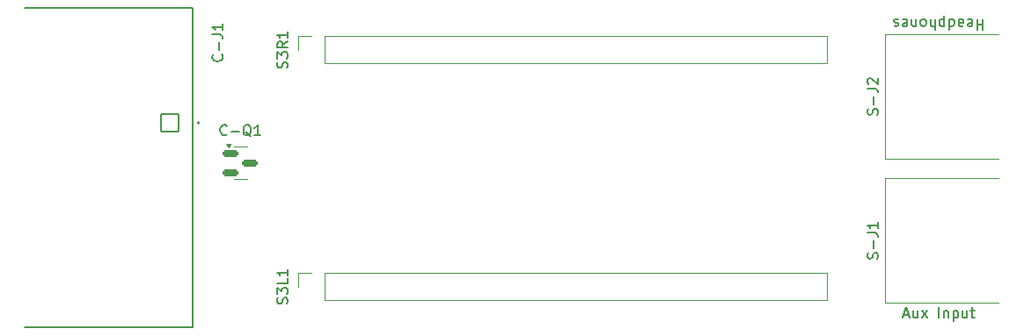
<source format=gto>
G04 #@! TF.GenerationSoftware,KiCad,Pcbnew,9.0.2-9.0.2-0~ubuntu22.04.1*
G04 #@! TF.CreationDate,2025-07-06T23:19:01+01:00*
G04 #@! TF.ProjectId,ggroohauga-console,6767726f-6f68-4617-9567-612d636f6e73,rev?*
G04 #@! TF.SameCoordinates,Original*
G04 #@! TF.FileFunction,Legend,Top*
G04 #@! TF.FilePolarity,Positive*
%FSLAX46Y46*%
G04 Gerber Fmt 4.6, Leading zero omitted, Abs format (unit mm)*
G04 Created by KiCad (PCBNEW 9.0.2-9.0.2-0~ubuntu22.04.1) date 2025-07-06 23:19:01*
%MOMM*%
%LPD*%
G01*
G04 APERTURE LIST*
G04 Aperture macros list*
%AMRoundRect*
0 Rectangle with rounded corners*
0 $1 Rounding radius*
0 $2 $3 $4 $5 $6 $7 $8 $9 X,Y pos of 4 corners*
0 Add a 4 corners polygon primitive as box body*
4,1,4,$2,$3,$4,$5,$6,$7,$8,$9,$2,$3,0*
0 Add four circle primitives for the rounded corners*
1,1,$1+$1,$2,$3*
1,1,$1+$1,$4,$5*
1,1,$1+$1,$6,$7*
1,1,$1+$1,$8,$9*
0 Add four rect primitives between the rounded corners*
20,1,$1+$1,$2,$3,$4,$5,0*
20,1,$1+$1,$4,$5,$6,$7,0*
20,1,$1+$1,$6,$7,$8,$9,0*
20,1,$1+$1,$8,$9,$2,$3,0*%
G04 Aperture macros list end*
%ADD10C,0.150000*%
%ADD11C,0.120000*%
%ADD12C,0.127000*%
%ADD13C,0.200000*%
%ADD14RoundRect,0.150000X-0.587500X-0.150000X0.587500X-0.150000X0.587500X0.150000X-0.587500X0.150000X0*%
%ADD15C,1.200000*%
%ADD16O,2.200000X1.200000*%
%ADD17O,1.200000X2.200000*%
%ADD18R,1.700000X1.700000*%
%ADD19C,1.700000*%
%ADD20C,4.470000*%
%ADD21RoundRect,0.102000X-0.862500X0.862500X-0.862500X-0.862500X0.862500X-0.862500X0.862500X0.862500X0*%
%ADD22C,1.929000*%
G04 APERTURE END LIST*
D10*
X73366476Y-62765080D02*
X73318857Y-62812700D01*
X73318857Y-62812700D02*
X73176000Y-62860319D01*
X73176000Y-62860319D02*
X73080762Y-62860319D01*
X73080762Y-62860319D02*
X72937905Y-62812700D01*
X72937905Y-62812700D02*
X72842667Y-62717461D01*
X72842667Y-62717461D02*
X72795048Y-62622223D01*
X72795048Y-62622223D02*
X72747429Y-62431747D01*
X72747429Y-62431747D02*
X72747429Y-62288890D01*
X72747429Y-62288890D02*
X72795048Y-62098414D01*
X72795048Y-62098414D02*
X72842667Y-62003176D01*
X72842667Y-62003176D02*
X72937905Y-61907938D01*
X72937905Y-61907938D02*
X73080762Y-61860319D01*
X73080762Y-61860319D02*
X73176000Y-61860319D01*
X73176000Y-61860319D02*
X73318857Y-61907938D01*
X73318857Y-61907938D02*
X73366476Y-61955557D01*
X73795048Y-62479366D02*
X74556953Y-62479366D01*
X75699809Y-62955557D02*
X75604571Y-62907938D01*
X75604571Y-62907938D02*
X75509333Y-62812700D01*
X75509333Y-62812700D02*
X75366476Y-62669842D01*
X75366476Y-62669842D02*
X75271238Y-62622223D01*
X75271238Y-62622223D02*
X75176000Y-62622223D01*
X75223619Y-62860319D02*
X75128381Y-62812700D01*
X75128381Y-62812700D02*
X75033143Y-62717461D01*
X75033143Y-62717461D02*
X74985524Y-62526985D01*
X74985524Y-62526985D02*
X74985524Y-62193652D01*
X74985524Y-62193652D02*
X75033143Y-62003176D01*
X75033143Y-62003176D02*
X75128381Y-61907938D01*
X75128381Y-61907938D02*
X75223619Y-61860319D01*
X75223619Y-61860319D02*
X75414095Y-61860319D01*
X75414095Y-61860319D02*
X75509333Y-61907938D01*
X75509333Y-61907938D02*
X75604571Y-62003176D01*
X75604571Y-62003176D02*
X75652190Y-62193652D01*
X75652190Y-62193652D02*
X75652190Y-62526985D01*
X75652190Y-62526985D02*
X75604571Y-62717461D01*
X75604571Y-62717461D02*
X75509333Y-62812700D01*
X75509333Y-62812700D02*
X75414095Y-62860319D01*
X75414095Y-62860319D02*
X75223619Y-62860319D01*
X76604571Y-62860319D02*
X76033143Y-62860319D01*
X76318857Y-62860319D02*
X76318857Y-61860319D01*
X76318857Y-61860319D02*
X76223619Y-62003176D01*
X76223619Y-62003176D02*
X76128381Y-62098414D01*
X76128381Y-62098414D02*
X76033143Y-62146033D01*
X135980600Y-74781824D02*
X136028219Y-74638967D01*
X136028219Y-74638967D02*
X136028219Y-74400872D01*
X136028219Y-74400872D02*
X135980600Y-74305634D01*
X135980600Y-74305634D02*
X135932980Y-74258015D01*
X135932980Y-74258015D02*
X135837742Y-74210396D01*
X135837742Y-74210396D02*
X135742504Y-74210396D01*
X135742504Y-74210396D02*
X135647266Y-74258015D01*
X135647266Y-74258015D02*
X135599647Y-74305634D01*
X135599647Y-74305634D02*
X135552028Y-74400872D01*
X135552028Y-74400872D02*
X135504409Y-74591348D01*
X135504409Y-74591348D02*
X135456790Y-74686586D01*
X135456790Y-74686586D02*
X135409171Y-74734205D01*
X135409171Y-74734205D02*
X135313933Y-74781824D01*
X135313933Y-74781824D02*
X135218695Y-74781824D01*
X135218695Y-74781824D02*
X135123457Y-74734205D01*
X135123457Y-74734205D02*
X135075838Y-74686586D01*
X135075838Y-74686586D02*
X135028219Y-74591348D01*
X135028219Y-74591348D02*
X135028219Y-74353253D01*
X135028219Y-74353253D02*
X135075838Y-74210396D01*
X135647266Y-73781824D02*
X135647266Y-73019920D01*
X135028219Y-72258015D02*
X135742504Y-72258015D01*
X135742504Y-72258015D02*
X135885361Y-72305634D01*
X135885361Y-72305634D02*
X135980600Y-72400872D01*
X135980600Y-72400872D02*
X136028219Y-72543729D01*
X136028219Y-72543729D02*
X136028219Y-72638967D01*
X136028219Y-71258015D02*
X136028219Y-71829443D01*
X136028219Y-71543729D02*
X135028219Y-71543729D01*
X135028219Y-71543729D02*
X135171076Y-71638967D01*
X135171076Y-71638967D02*
X135266314Y-71734205D01*
X135266314Y-71734205D02*
X135313933Y-71829443D01*
X138516257Y-80189024D02*
X138992447Y-80189024D01*
X138421019Y-80474739D02*
X138754352Y-79474739D01*
X138754352Y-79474739D02*
X139087685Y-80474739D01*
X139849590Y-79808072D02*
X139849590Y-80474739D01*
X139421019Y-79808072D02*
X139421019Y-80331881D01*
X139421019Y-80331881D02*
X139468638Y-80427120D01*
X139468638Y-80427120D02*
X139563876Y-80474739D01*
X139563876Y-80474739D02*
X139706733Y-80474739D01*
X139706733Y-80474739D02*
X139801971Y-80427120D01*
X139801971Y-80427120D02*
X139849590Y-80379500D01*
X140230543Y-80474739D02*
X140754352Y-79808072D01*
X140230543Y-79808072D02*
X140754352Y-80474739D01*
X141897210Y-80474739D02*
X141897210Y-79474739D01*
X142373400Y-79808072D02*
X142373400Y-80474739D01*
X142373400Y-79903310D02*
X142421019Y-79855691D01*
X142421019Y-79855691D02*
X142516257Y-79808072D01*
X142516257Y-79808072D02*
X142659114Y-79808072D01*
X142659114Y-79808072D02*
X142754352Y-79855691D01*
X142754352Y-79855691D02*
X142801971Y-79950929D01*
X142801971Y-79950929D02*
X142801971Y-80474739D01*
X143278162Y-79808072D02*
X143278162Y-80808072D01*
X143278162Y-79855691D02*
X143373400Y-79808072D01*
X143373400Y-79808072D02*
X143563876Y-79808072D01*
X143563876Y-79808072D02*
X143659114Y-79855691D01*
X143659114Y-79855691D02*
X143706733Y-79903310D01*
X143706733Y-79903310D02*
X143754352Y-79998548D01*
X143754352Y-79998548D02*
X143754352Y-80284262D01*
X143754352Y-80284262D02*
X143706733Y-80379500D01*
X143706733Y-80379500D02*
X143659114Y-80427120D01*
X143659114Y-80427120D02*
X143563876Y-80474739D01*
X143563876Y-80474739D02*
X143373400Y-80474739D01*
X143373400Y-80474739D02*
X143278162Y-80427120D01*
X144611495Y-79808072D02*
X144611495Y-80474739D01*
X144182924Y-79808072D02*
X144182924Y-80331881D01*
X144182924Y-80331881D02*
X144230543Y-80427120D01*
X144230543Y-80427120D02*
X144325781Y-80474739D01*
X144325781Y-80474739D02*
X144468638Y-80474739D01*
X144468638Y-80474739D02*
X144563876Y-80427120D01*
X144563876Y-80427120D02*
X144611495Y-80379500D01*
X144944829Y-79808072D02*
X145325781Y-79808072D01*
X145087686Y-79474739D02*
X145087686Y-80331881D01*
X145087686Y-80331881D02*
X145135305Y-80427120D01*
X145135305Y-80427120D02*
X145230543Y-80474739D01*
X145230543Y-80474739D02*
X145325781Y-80474739D01*
X79171200Y-56348094D02*
X79218819Y-56205237D01*
X79218819Y-56205237D02*
X79218819Y-55967142D01*
X79218819Y-55967142D02*
X79171200Y-55871904D01*
X79171200Y-55871904D02*
X79123580Y-55824285D01*
X79123580Y-55824285D02*
X79028342Y-55776666D01*
X79028342Y-55776666D02*
X78933104Y-55776666D01*
X78933104Y-55776666D02*
X78837866Y-55824285D01*
X78837866Y-55824285D02*
X78790247Y-55871904D01*
X78790247Y-55871904D02*
X78742628Y-55967142D01*
X78742628Y-55967142D02*
X78695009Y-56157618D01*
X78695009Y-56157618D02*
X78647390Y-56252856D01*
X78647390Y-56252856D02*
X78599771Y-56300475D01*
X78599771Y-56300475D02*
X78504533Y-56348094D01*
X78504533Y-56348094D02*
X78409295Y-56348094D01*
X78409295Y-56348094D02*
X78314057Y-56300475D01*
X78314057Y-56300475D02*
X78266438Y-56252856D01*
X78266438Y-56252856D02*
X78218819Y-56157618D01*
X78218819Y-56157618D02*
X78218819Y-55919523D01*
X78218819Y-55919523D02*
X78266438Y-55776666D01*
X78218819Y-55443332D02*
X78218819Y-54824285D01*
X78218819Y-54824285D02*
X78599771Y-55157618D01*
X78599771Y-55157618D02*
X78599771Y-55014761D01*
X78599771Y-55014761D02*
X78647390Y-54919523D01*
X78647390Y-54919523D02*
X78695009Y-54871904D01*
X78695009Y-54871904D02*
X78790247Y-54824285D01*
X78790247Y-54824285D02*
X79028342Y-54824285D01*
X79028342Y-54824285D02*
X79123580Y-54871904D01*
X79123580Y-54871904D02*
X79171200Y-54919523D01*
X79171200Y-54919523D02*
X79218819Y-55014761D01*
X79218819Y-55014761D02*
X79218819Y-55300475D01*
X79218819Y-55300475D02*
X79171200Y-55395713D01*
X79171200Y-55395713D02*
X79123580Y-55443332D01*
X79218819Y-53824285D02*
X78742628Y-54157618D01*
X79218819Y-54395713D02*
X78218819Y-54395713D01*
X78218819Y-54395713D02*
X78218819Y-54014761D01*
X78218819Y-54014761D02*
X78266438Y-53919523D01*
X78266438Y-53919523D02*
X78314057Y-53871904D01*
X78314057Y-53871904D02*
X78409295Y-53824285D01*
X78409295Y-53824285D02*
X78552152Y-53824285D01*
X78552152Y-53824285D02*
X78647390Y-53871904D01*
X78647390Y-53871904D02*
X78695009Y-53919523D01*
X78695009Y-53919523D02*
X78742628Y-54014761D01*
X78742628Y-54014761D02*
X78742628Y-54395713D01*
X79218819Y-52871904D02*
X79218819Y-53443332D01*
X79218819Y-53157618D02*
X78218819Y-53157618D01*
X78218819Y-53157618D02*
X78361676Y-53252856D01*
X78361676Y-53252856D02*
X78456914Y-53348094D01*
X78456914Y-53348094D02*
X78504533Y-53443332D01*
X72874180Y-55080866D02*
X72921800Y-55128485D01*
X72921800Y-55128485D02*
X72969419Y-55271342D01*
X72969419Y-55271342D02*
X72969419Y-55366580D01*
X72969419Y-55366580D02*
X72921800Y-55509437D01*
X72921800Y-55509437D02*
X72826561Y-55604675D01*
X72826561Y-55604675D02*
X72731323Y-55652294D01*
X72731323Y-55652294D02*
X72540847Y-55699913D01*
X72540847Y-55699913D02*
X72397990Y-55699913D01*
X72397990Y-55699913D02*
X72207514Y-55652294D01*
X72207514Y-55652294D02*
X72112276Y-55604675D01*
X72112276Y-55604675D02*
X72017038Y-55509437D01*
X72017038Y-55509437D02*
X71969419Y-55366580D01*
X71969419Y-55366580D02*
X71969419Y-55271342D01*
X71969419Y-55271342D02*
X72017038Y-55128485D01*
X72017038Y-55128485D02*
X72064657Y-55080866D01*
X72588466Y-54652294D02*
X72588466Y-53890390D01*
X71969419Y-53128485D02*
X72683704Y-53128485D01*
X72683704Y-53128485D02*
X72826561Y-53176104D01*
X72826561Y-53176104D02*
X72921800Y-53271342D01*
X72921800Y-53271342D02*
X72969419Y-53414199D01*
X72969419Y-53414199D02*
X72969419Y-53509437D01*
X72969419Y-52128485D02*
X72969419Y-52699913D01*
X72969419Y-52414199D02*
X71969419Y-52414199D01*
X71969419Y-52414199D02*
X72112276Y-52509437D01*
X72112276Y-52509437D02*
X72207514Y-52604675D01*
X72207514Y-52604675D02*
X72255133Y-52699913D01*
X79171200Y-79112856D02*
X79218819Y-78969999D01*
X79218819Y-78969999D02*
X79218819Y-78731904D01*
X79218819Y-78731904D02*
X79171200Y-78636666D01*
X79171200Y-78636666D02*
X79123580Y-78589047D01*
X79123580Y-78589047D02*
X79028342Y-78541428D01*
X79028342Y-78541428D02*
X78933104Y-78541428D01*
X78933104Y-78541428D02*
X78837866Y-78589047D01*
X78837866Y-78589047D02*
X78790247Y-78636666D01*
X78790247Y-78636666D02*
X78742628Y-78731904D01*
X78742628Y-78731904D02*
X78695009Y-78922380D01*
X78695009Y-78922380D02*
X78647390Y-79017618D01*
X78647390Y-79017618D02*
X78599771Y-79065237D01*
X78599771Y-79065237D02*
X78504533Y-79112856D01*
X78504533Y-79112856D02*
X78409295Y-79112856D01*
X78409295Y-79112856D02*
X78314057Y-79065237D01*
X78314057Y-79065237D02*
X78266438Y-79017618D01*
X78266438Y-79017618D02*
X78218819Y-78922380D01*
X78218819Y-78922380D02*
X78218819Y-78684285D01*
X78218819Y-78684285D02*
X78266438Y-78541428D01*
X78218819Y-78208094D02*
X78218819Y-77589047D01*
X78218819Y-77589047D02*
X78599771Y-77922380D01*
X78599771Y-77922380D02*
X78599771Y-77779523D01*
X78599771Y-77779523D02*
X78647390Y-77684285D01*
X78647390Y-77684285D02*
X78695009Y-77636666D01*
X78695009Y-77636666D02*
X78790247Y-77589047D01*
X78790247Y-77589047D02*
X79028342Y-77589047D01*
X79028342Y-77589047D02*
X79123580Y-77636666D01*
X79123580Y-77636666D02*
X79171200Y-77684285D01*
X79171200Y-77684285D02*
X79218819Y-77779523D01*
X79218819Y-77779523D02*
X79218819Y-78065237D01*
X79218819Y-78065237D02*
X79171200Y-78160475D01*
X79171200Y-78160475D02*
X79123580Y-78208094D01*
X79218819Y-76684285D02*
X79218819Y-77160475D01*
X79218819Y-77160475D02*
X78218819Y-77160475D01*
X79218819Y-75827142D02*
X79218819Y-76398570D01*
X79218819Y-76112856D02*
X78218819Y-76112856D01*
X78218819Y-76112856D02*
X78361676Y-76208094D01*
X78361676Y-76208094D02*
X78456914Y-76303332D01*
X78456914Y-76303332D02*
X78504533Y-76398570D01*
X135980600Y-60867704D02*
X136028219Y-60724847D01*
X136028219Y-60724847D02*
X136028219Y-60486752D01*
X136028219Y-60486752D02*
X135980600Y-60391514D01*
X135980600Y-60391514D02*
X135932980Y-60343895D01*
X135932980Y-60343895D02*
X135837742Y-60296276D01*
X135837742Y-60296276D02*
X135742504Y-60296276D01*
X135742504Y-60296276D02*
X135647266Y-60343895D01*
X135647266Y-60343895D02*
X135599647Y-60391514D01*
X135599647Y-60391514D02*
X135552028Y-60486752D01*
X135552028Y-60486752D02*
X135504409Y-60677228D01*
X135504409Y-60677228D02*
X135456790Y-60772466D01*
X135456790Y-60772466D02*
X135409171Y-60820085D01*
X135409171Y-60820085D02*
X135313933Y-60867704D01*
X135313933Y-60867704D02*
X135218695Y-60867704D01*
X135218695Y-60867704D02*
X135123457Y-60820085D01*
X135123457Y-60820085D02*
X135075838Y-60772466D01*
X135075838Y-60772466D02*
X135028219Y-60677228D01*
X135028219Y-60677228D02*
X135028219Y-60439133D01*
X135028219Y-60439133D02*
X135075838Y-60296276D01*
X135647266Y-59867704D02*
X135647266Y-59105800D01*
X135028219Y-58343895D02*
X135742504Y-58343895D01*
X135742504Y-58343895D02*
X135885361Y-58391514D01*
X135885361Y-58391514D02*
X135980600Y-58486752D01*
X135980600Y-58486752D02*
X136028219Y-58629609D01*
X136028219Y-58629609D02*
X136028219Y-58724847D01*
X135123457Y-57915323D02*
X135075838Y-57867704D01*
X135075838Y-57867704D02*
X135028219Y-57772466D01*
X135028219Y-57772466D02*
X135028219Y-57534371D01*
X135028219Y-57534371D02*
X135075838Y-57439133D01*
X135075838Y-57439133D02*
X135123457Y-57391514D01*
X135123457Y-57391514D02*
X135218695Y-57343895D01*
X135218695Y-57343895D02*
X135313933Y-57343895D01*
X135313933Y-57343895D02*
X135456790Y-57391514D01*
X135456790Y-57391514D02*
X136028219Y-57962942D01*
X136028219Y-57962942D02*
X136028219Y-57343895D01*
X146135304Y-51650980D02*
X146135304Y-52650980D01*
X146135304Y-52174790D02*
X145563876Y-52174790D01*
X145563876Y-51650980D02*
X145563876Y-52650980D01*
X144706733Y-51698600D02*
X144801971Y-51650980D01*
X144801971Y-51650980D02*
X144992447Y-51650980D01*
X144992447Y-51650980D02*
X145087685Y-51698600D01*
X145087685Y-51698600D02*
X145135304Y-51793838D01*
X145135304Y-51793838D02*
X145135304Y-52174790D01*
X145135304Y-52174790D02*
X145087685Y-52270028D01*
X145087685Y-52270028D02*
X144992447Y-52317647D01*
X144992447Y-52317647D02*
X144801971Y-52317647D01*
X144801971Y-52317647D02*
X144706733Y-52270028D01*
X144706733Y-52270028D02*
X144659114Y-52174790D01*
X144659114Y-52174790D02*
X144659114Y-52079552D01*
X144659114Y-52079552D02*
X145135304Y-51984314D01*
X143801971Y-51650980D02*
X143801971Y-52174790D01*
X143801971Y-52174790D02*
X143849590Y-52270028D01*
X143849590Y-52270028D02*
X143944828Y-52317647D01*
X143944828Y-52317647D02*
X144135304Y-52317647D01*
X144135304Y-52317647D02*
X144230542Y-52270028D01*
X143801971Y-51698600D02*
X143897209Y-51650980D01*
X143897209Y-51650980D02*
X144135304Y-51650980D01*
X144135304Y-51650980D02*
X144230542Y-51698600D01*
X144230542Y-51698600D02*
X144278161Y-51793838D01*
X144278161Y-51793838D02*
X144278161Y-51889076D01*
X144278161Y-51889076D02*
X144230542Y-51984314D01*
X144230542Y-51984314D02*
X144135304Y-52031933D01*
X144135304Y-52031933D02*
X143897209Y-52031933D01*
X143897209Y-52031933D02*
X143801971Y-52079552D01*
X142897209Y-51650980D02*
X142897209Y-52650980D01*
X142897209Y-51698600D02*
X142992447Y-51650980D01*
X142992447Y-51650980D02*
X143182923Y-51650980D01*
X143182923Y-51650980D02*
X143278161Y-51698600D01*
X143278161Y-51698600D02*
X143325780Y-51746219D01*
X143325780Y-51746219D02*
X143373399Y-51841457D01*
X143373399Y-51841457D02*
X143373399Y-52127171D01*
X143373399Y-52127171D02*
X143325780Y-52222409D01*
X143325780Y-52222409D02*
X143278161Y-52270028D01*
X143278161Y-52270028D02*
X143182923Y-52317647D01*
X143182923Y-52317647D02*
X142992447Y-52317647D01*
X142992447Y-52317647D02*
X142897209Y-52270028D01*
X142421018Y-52317647D02*
X142421018Y-51317647D01*
X142421018Y-52270028D02*
X142325780Y-52317647D01*
X142325780Y-52317647D02*
X142135304Y-52317647D01*
X142135304Y-52317647D02*
X142040066Y-52270028D01*
X142040066Y-52270028D02*
X141992447Y-52222409D01*
X141992447Y-52222409D02*
X141944828Y-52127171D01*
X141944828Y-52127171D02*
X141944828Y-51841457D01*
X141944828Y-51841457D02*
X141992447Y-51746219D01*
X141992447Y-51746219D02*
X142040066Y-51698600D01*
X142040066Y-51698600D02*
X142135304Y-51650980D01*
X142135304Y-51650980D02*
X142325780Y-51650980D01*
X142325780Y-51650980D02*
X142421018Y-51698600D01*
X141516256Y-51650980D02*
X141516256Y-52650980D01*
X141087685Y-51650980D02*
X141087685Y-52174790D01*
X141087685Y-52174790D02*
X141135304Y-52270028D01*
X141135304Y-52270028D02*
X141230542Y-52317647D01*
X141230542Y-52317647D02*
X141373399Y-52317647D01*
X141373399Y-52317647D02*
X141468637Y-52270028D01*
X141468637Y-52270028D02*
X141516256Y-52222409D01*
X140468637Y-51650980D02*
X140563875Y-51698600D01*
X140563875Y-51698600D02*
X140611494Y-51746219D01*
X140611494Y-51746219D02*
X140659113Y-51841457D01*
X140659113Y-51841457D02*
X140659113Y-52127171D01*
X140659113Y-52127171D02*
X140611494Y-52222409D01*
X140611494Y-52222409D02*
X140563875Y-52270028D01*
X140563875Y-52270028D02*
X140468637Y-52317647D01*
X140468637Y-52317647D02*
X140325780Y-52317647D01*
X140325780Y-52317647D02*
X140230542Y-52270028D01*
X140230542Y-52270028D02*
X140182923Y-52222409D01*
X140182923Y-52222409D02*
X140135304Y-52127171D01*
X140135304Y-52127171D02*
X140135304Y-51841457D01*
X140135304Y-51841457D02*
X140182923Y-51746219D01*
X140182923Y-51746219D02*
X140230542Y-51698600D01*
X140230542Y-51698600D02*
X140325780Y-51650980D01*
X140325780Y-51650980D02*
X140468637Y-51650980D01*
X139706732Y-52317647D02*
X139706732Y-51650980D01*
X139706732Y-52222409D02*
X139659113Y-52270028D01*
X139659113Y-52270028D02*
X139563875Y-52317647D01*
X139563875Y-52317647D02*
X139421018Y-52317647D01*
X139421018Y-52317647D02*
X139325780Y-52270028D01*
X139325780Y-52270028D02*
X139278161Y-52174790D01*
X139278161Y-52174790D02*
X139278161Y-51650980D01*
X138421018Y-51698600D02*
X138516256Y-51650980D01*
X138516256Y-51650980D02*
X138706732Y-51650980D01*
X138706732Y-51650980D02*
X138801970Y-51698600D01*
X138801970Y-51698600D02*
X138849589Y-51793838D01*
X138849589Y-51793838D02*
X138849589Y-52174790D01*
X138849589Y-52174790D02*
X138801970Y-52270028D01*
X138801970Y-52270028D02*
X138706732Y-52317647D01*
X138706732Y-52317647D02*
X138516256Y-52317647D01*
X138516256Y-52317647D02*
X138421018Y-52270028D01*
X138421018Y-52270028D02*
X138373399Y-52174790D01*
X138373399Y-52174790D02*
X138373399Y-52079552D01*
X138373399Y-52079552D02*
X138849589Y-51984314D01*
X137992446Y-51698600D02*
X137897208Y-51650980D01*
X137897208Y-51650980D02*
X137706732Y-51650980D01*
X137706732Y-51650980D02*
X137611494Y-51698600D01*
X137611494Y-51698600D02*
X137563875Y-51793838D01*
X137563875Y-51793838D02*
X137563875Y-51841457D01*
X137563875Y-51841457D02*
X137611494Y-51936695D01*
X137611494Y-51936695D02*
X137706732Y-51984314D01*
X137706732Y-51984314D02*
X137849589Y-51984314D01*
X137849589Y-51984314D02*
X137944827Y-52031933D01*
X137944827Y-52031933D02*
X137992446Y-52127171D01*
X137992446Y-52127171D02*
X137992446Y-52174790D01*
X137992446Y-52174790D02*
X137944827Y-52270028D01*
X137944827Y-52270028D02*
X137849589Y-52317647D01*
X137849589Y-52317647D02*
X137706732Y-52317647D01*
X137706732Y-52317647D02*
X137611494Y-52270028D01*
D11*
X74676000Y-63972000D02*
X74026000Y-63972000D01*
X74676000Y-63972000D02*
X75326000Y-63972000D01*
X74676000Y-67092000D02*
X74026000Y-67092000D01*
X74676000Y-67092000D02*
X75326000Y-67092000D01*
X73513500Y-64022000D02*
X73273500Y-63692000D01*
X73753500Y-63692000D01*
X73513500Y-64022000D01*
G36*
X73513500Y-64022000D02*
G01*
X73273500Y-63692000D01*
X73753500Y-63692000D01*
X73513500Y-64022000D01*
G37*
X136673400Y-67019920D02*
X147673400Y-67019920D01*
X136673400Y-79019920D02*
X136673400Y-67019920D01*
X147673400Y-79019920D02*
X136673400Y-79019920D01*
X80204000Y-53280000D02*
X81534000Y-53280000D01*
X80204000Y-54610000D02*
X80204000Y-53280000D01*
X82804000Y-53280000D02*
X131124000Y-53280000D01*
X82804000Y-55940000D02*
X82804000Y-53280000D01*
X82804000Y-55940000D02*
X131124000Y-55940000D01*
X131124000Y-55940000D02*
X131124000Y-53280000D01*
D12*
X53949600Y-50584200D02*
X70049600Y-50584200D01*
X53949600Y-81394200D02*
X70049600Y-81394200D01*
X70049600Y-50584200D02*
X70049600Y-81394200D01*
D13*
X70729600Y-61659200D02*
G75*
G02*
X70529600Y-61659200I-100000J0D01*
G01*
X70529600Y-61659200D02*
G75*
G02*
X70729600Y-61659200I100000J0D01*
G01*
D11*
X80204000Y-76140000D02*
X81534000Y-76140000D01*
X80204000Y-77470000D02*
X80204000Y-76140000D01*
X82804000Y-76140000D02*
X131124000Y-76140000D01*
X82804000Y-78800000D02*
X82804000Y-76140000D01*
X82804000Y-78800000D02*
X131124000Y-78800000D01*
X131124000Y-78800000D02*
X131124000Y-76140000D01*
X136673400Y-53105800D02*
X147673400Y-53105800D01*
X136673400Y-65105800D02*
X136673400Y-53105800D01*
X147673400Y-65105800D02*
X136673400Y-65105800D01*
%LPC*%
D14*
X73738500Y-64582000D03*
X73738500Y-66482000D03*
X75613500Y-65532000D03*
D15*
X144373400Y-78019920D03*
X146873400Y-78019920D03*
X139373400Y-73019920D03*
X144373400Y-68019920D03*
X146873400Y-68019920D03*
D16*
X139373400Y-78019920D03*
D17*
X144373400Y-73019920D03*
D16*
X139373400Y-68019920D03*
D18*
X81534000Y-54610000D03*
D19*
X84074000Y-54610000D03*
X86614000Y-54610000D03*
X89154000Y-54610000D03*
X91694000Y-54610000D03*
X94234000Y-54610000D03*
X96774000Y-54610000D03*
X99314000Y-54610000D03*
X101854000Y-54610000D03*
X104394000Y-54610000D03*
X106934000Y-54610000D03*
X109474000Y-54610000D03*
X112014000Y-54610000D03*
X114554000Y-54610000D03*
X117094000Y-54610000D03*
X119634000Y-54610000D03*
X122174000Y-54610000D03*
X124714000Y-54610000D03*
X127254000Y-54610000D03*
X129794000Y-54610000D03*
D20*
X65379600Y-53494200D03*
X65379600Y-78484200D03*
D21*
X67919600Y-61659200D03*
D22*
X67919600Y-63949200D03*
X67919600Y-66239200D03*
X67919600Y-68529200D03*
X67919600Y-70819200D03*
X65379600Y-60514200D03*
X65379600Y-62804200D03*
X65379600Y-65094200D03*
X65379600Y-67384200D03*
X65379600Y-69674200D03*
X62839600Y-61659200D03*
X62839600Y-63949200D03*
X62839600Y-66239200D03*
X62839600Y-68529200D03*
X62839600Y-70819200D03*
D18*
X81534000Y-77470000D03*
D19*
X84074000Y-77470000D03*
X86614000Y-77470000D03*
X89154000Y-77470000D03*
X91694000Y-77470000D03*
X94234000Y-77470000D03*
X96774000Y-77470000D03*
X99314000Y-77470000D03*
X101854000Y-77470000D03*
X104394000Y-77470000D03*
X106934000Y-77470000D03*
X109474000Y-77470000D03*
X112014000Y-77470000D03*
X114554000Y-77470000D03*
X117094000Y-77470000D03*
X119634000Y-77470000D03*
X122174000Y-77470000D03*
X124714000Y-77470000D03*
X127254000Y-77470000D03*
X129794000Y-77470000D03*
D15*
X144373400Y-64105800D03*
X146873400Y-64105800D03*
X139373400Y-59105800D03*
X144373400Y-54105800D03*
X146873400Y-54105800D03*
D16*
X139373400Y-64105800D03*
D17*
X144373400Y-59105800D03*
D16*
X139373400Y-54105800D03*
%LPD*%
M02*

</source>
